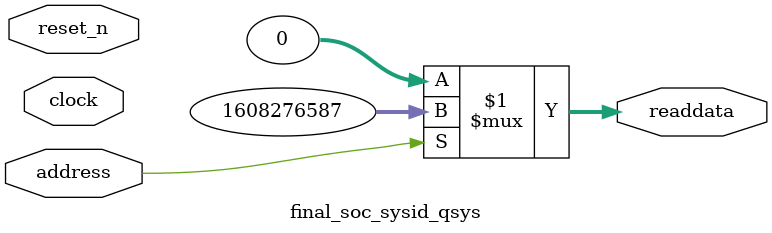
<source format=v>



// synthesis translate_off
`timescale 1ns / 1ps
// synthesis translate_on

// turn off superfluous verilog processor warnings 
// altera message_level Level1 
// altera message_off 10034 10035 10036 10037 10230 10240 10030 

module final_soc_sysid_qsys (
               // inputs:
                address,
                clock,
                reset_n,

               // outputs:
                readdata
             )
;

  output  [ 31: 0] readdata;
  input            address;
  input            clock;
  input            reset_n;

  wire    [ 31: 0] readdata;
  //control_slave, which is an e_avalon_slave
  assign readdata = address ? 1608276587 : 0;

endmodule



</source>
